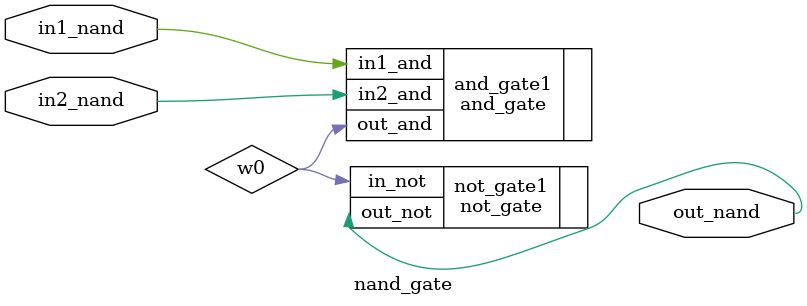
<source format=v>
`timescale 1ns/1ps

module nand_gate(
    output out_nand,
    input in1_nand,
    input in2_nand
    );

and_gate and_gate1(
    .out_and(w0),
    .in1_and(in1_nand),
    .in2_and(in2_nand)
    );
    
not_gate not_gate1(
    .out_not(out_nand),
    .in_not(w0)
    );
    
endmodule

</source>
